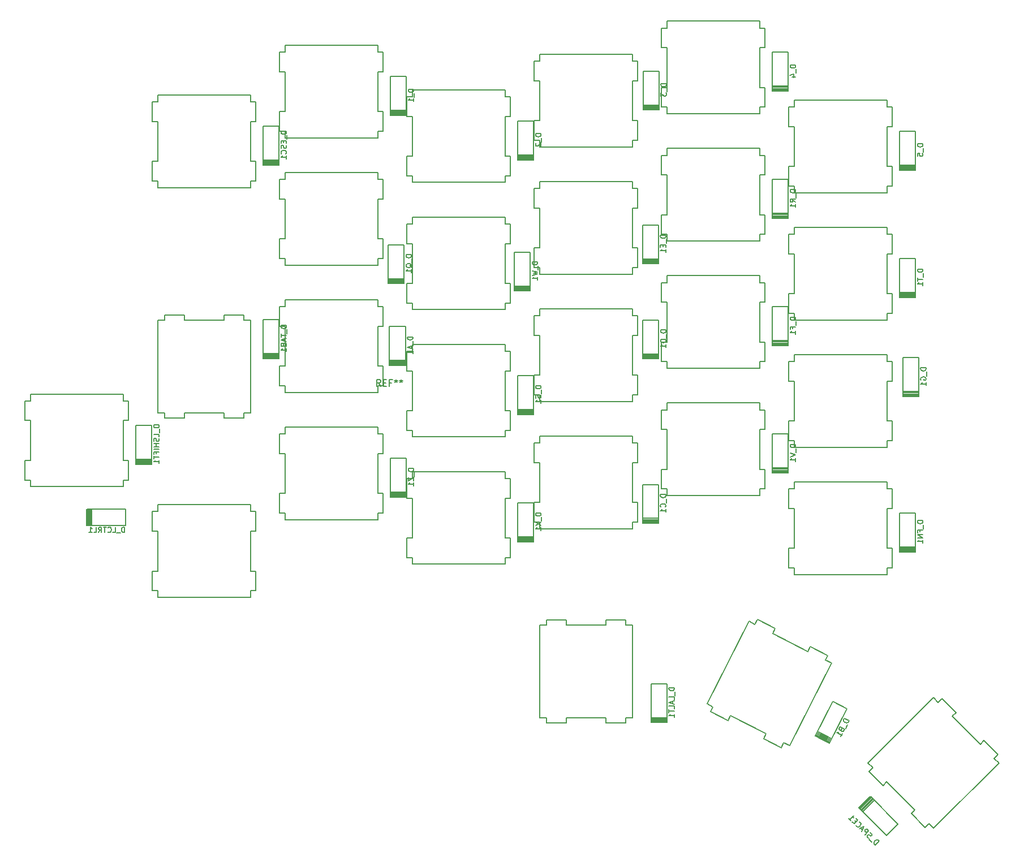
<source format=gbr>
G04 #@! TF.GenerationSoftware,KiCad,Pcbnew,(5.1.6-0-10_14)*
G04 #@! TF.CreationDate,2020-08-23T00:26:13+08:00*
G04 #@! TF.ProjectId,Geopad,47656f70-6164-42e6-9b69-6361645f7063,rev?*
G04 #@! TF.SameCoordinates,Original*
G04 #@! TF.FileFunction,Legend,Top*
G04 #@! TF.FilePolarity,Positive*
%FSLAX46Y46*%
G04 Gerber Fmt 4.6, Leading zero omitted, Abs format (unit mm)*
G04 Created by KiCad (PCBNEW (5.1.6-0-10_14)) date 2020-08-23 00:26:13*
%MOMM*%
%LPD*%
G01*
G04 APERTURE LIST*
%ADD10C,0.200000*%
%ADD11C,0.150000*%
G04 APERTURE END LIST*
D10*
X254709893Y-123785558D02*
X254709893Y-117823648D01*
X255486073Y-126713545D02*
X255486073Y-123785558D01*
X254709893Y-127736738D02*
X254709893Y-126713545D01*
X240845795Y-127736738D02*
X254709893Y-127736738D01*
X240845795Y-126713545D02*
X240845795Y-127736738D01*
X240034130Y-126713545D02*
X240845795Y-126713545D01*
X240034130Y-123785558D02*
X240034130Y-126713545D01*
X240845795Y-123785558D02*
X240034130Y-123785558D01*
X178509720Y-138566913D02*
X178509720Y-137579032D01*
X163834303Y-125725836D02*
X163834303Y-128689135D01*
X221795795Y-121104413D02*
X221795795Y-122127434D01*
X221795795Y-134968683D02*
X235659893Y-134968683D01*
X221795795Y-122127434D02*
X220984130Y-122127434D01*
X220984130Y-122127434D02*
X220984130Y-125055593D01*
X240845795Y-117823648D02*
X240845795Y-123785558D01*
X240034130Y-117823648D02*
X240845795Y-117823648D01*
X240034130Y-114860349D02*
X240034130Y-117823648D01*
X235659893Y-131017503D02*
X235659893Y-125055593D01*
X178509720Y-128689135D02*
X179285900Y-128689135D01*
X240845795Y-114860349D02*
X240034130Y-114860349D01*
X235659893Y-125055593D02*
X236436073Y-125055593D01*
X164645623Y-124737955D02*
X164645623Y-125725836D01*
X164645623Y-134615733D02*
X163834303Y-134615733D01*
X236436073Y-131017503D02*
X235659893Y-131017503D01*
X235659893Y-134968683D02*
X235659893Y-133945489D01*
X236436073Y-133945489D02*
X236436073Y-131017503D01*
X236436073Y-125055593D02*
X236436073Y-122127434D01*
X179285900Y-137579032D02*
X179285900Y-134615733D01*
X164645623Y-125725836D02*
X163834303Y-125725836D01*
X220984130Y-133945489D02*
X221795795Y-133945489D01*
X178509720Y-137579032D02*
X179285900Y-137579032D01*
X221795795Y-131017503D02*
X220984130Y-131017503D01*
X235659893Y-133945489D02*
X236436073Y-133945489D01*
X178509720Y-134615733D02*
X178509720Y-128689135D01*
X179285900Y-134615733D02*
X178509720Y-134615733D01*
X220984130Y-131017503D02*
X220984130Y-133945489D01*
X221795795Y-125055593D02*
X221795795Y-131017503D01*
X163834303Y-137579032D02*
X164645623Y-137579032D01*
X220984130Y-125055593D02*
X221795795Y-125055593D01*
X178509720Y-125725836D02*
X178509720Y-124737955D01*
X164645623Y-138566913D02*
X178509720Y-138566913D01*
X179285900Y-125725836D02*
X178509720Y-125725836D01*
X179285900Y-128689135D02*
X179285900Y-125725836D01*
X235659893Y-121104413D02*
X221795795Y-121104413D01*
X236436073Y-122127434D02*
X235659893Y-122127434D01*
X255486073Y-117823648D02*
X255486073Y-114860349D01*
X178509720Y-124737955D02*
X164645623Y-124737955D01*
X254709893Y-117823648D02*
X255486073Y-117823648D01*
X255486073Y-123785558D02*
X254709893Y-123785558D01*
X254709893Y-126713545D02*
X255486073Y-126713545D01*
X235659893Y-122127434D02*
X235659893Y-121104413D01*
X164645623Y-128689135D02*
X164645623Y-134615733D01*
X164645623Y-137579032D02*
X164645623Y-138566913D01*
X163834303Y-128689135D02*
X164645623Y-128689135D01*
X221795795Y-133945489D02*
X221795795Y-134968683D01*
X240845795Y-113872468D02*
X240845795Y-114860349D01*
X163834303Y-134615733D02*
X163834303Y-137579032D01*
X216609893Y-126078614D02*
X202745795Y-126078614D01*
X216609893Y-127066495D02*
X216609893Y-126078614D01*
X197559720Y-132393302D02*
X197559720Y-131405420D01*
X198335900Y-132393302D02*
X197559720Y-132393302D01*
X202745795Y-135956392D02*
X201934130Y-135956392D01*
X216609893Y-139907572D02*
X216609893Y-138919690D01*
X217386073Y-127066495D02*
X216609893Y-127066495D01*
X202745795Y-127066495D02*
X201934130Y-127066495D01*
X217386073Y-130029794D02*
X217386073Y-127066495D01*
X201934130Y-127066495D02*
X201934130Y-130029794D01*
X198335900Y-141283198D02*
X197559720Y-141283198D01*
X198335900Y-144246497D02*
X198335900Y-141283198D01*
X216609893Y-130029794D02*
X217386073Y-130029794D01*
X216609893Y-135956392D02*
X216609893Y-130029794D01*
X217386073Y-135956392D02*
X216609893Y-135956392D01*
X216609893Y-138919690D02*
X217386073Y-138919690D01*
X254709893Y-146786738D02*
X254709893Y-145763545D01*
X182884303Y-144246497D02*
X183695623Y-144246497D01*
X202745795Y-139907572D02*
X216609893Y-139907572D01*
X202745795Y-138919690D02*
X202745795Y-139907572D01*
X240845795Y-136873648D02*
X240845795Y-142835558D01*
X254709893Y-133910349D02*
X254709893Y-132922468D01*
X197559720Y-145234378D02*
X197559720Y-144246497D01*
X255486073Y-136873648D02*
X255486073Y-133910349D01*
X235659893Y-141177434D02*
X235659893Y-140154413D01*
X197559720Y-141283198D02*
X197559720Y-135356600D01*
X197559720Y-144246497D02*
X198335900Y-144246497D01*
X201934130Y-138919690D02*
X202745795Y-138919690D01*
X197559720Y-131405420D02*
X183695623Y-131405420D01*
X183695623Y-144246497D02*
X183695623Y-145234378D01*
X198335900Y-135356600D02*
X198335900Y-132393302D01*
X183695623Y-135356600D02*
X183695623Y-141283198D01*
X240034130Y-136873648D02*
X240845795Y-136873648D01*
X255486073Y-133910349D02*
X254709893Y-133910349D01*
X255486073Y-142835558D02*
X254709893Y-142835558D01*
X254709893Y-145763545D02*
X255486073Y-145763545D01*
X240034130Y-145763545D02*
X240845795Y-145763545D01*
X240034130Y-142835558D02*
X240034130Y-145763545D01*
X240845795Y-133910349D02*
X240034130Y-133910349D01*
X235659893Y-140154413D02*
X221795795Y-140154413D01*
X240845795Y-142835558D02*
X240034130Y-142835558D01*
X201934130Y-130029794D02*
X202745795Y-130029794D01*
X201934130Y-135956392D02*
X201934130Y-138919690D01*
X202745795Y-130029794D02*
X202745795Y-135956392D01*
X182884303Y-141283198D02*
X182884303Y-144246497D01*
X197559720Y-135356600D02*
X198335900Y-135356600D01*
X183695623Y-131405420D02*
X183695623Y-132393302D01*
X254709893Y-132922468D02*
X240845795Y-132922468D01*
X202745795Y-126078614D02*
X202745795Y-127066495D01*
X217386073Y-138919690D02*
X217386073Y-135956392D01*
X254709893Y-142835558D02*
X254709893Y-136873648D01*
X236436073Y-144105593D02*
X236436073Y-141177434D01*
X255486073Y-145763545D02*
X255486073Y-142835558D01*
X240845795Y-146786738D02*
X254709893Y-146786738D01*
X236436073Y-141177434D02*
X235659893Y-141177434D01*
X240845795Y-145763545D02*
X240845795Y-146786738D01*
X240845795Y-132922468D02*
X240845795Y-133910349D01*
X182884303Y-135356600D02*
X183695623Y-135356600D01*
X183695623Y-141283198D02*
X182884303Y-141283198D01*
X182884303Y-132393302D02*
X182884303Y-135356600D01*
X183695623Y-132393302D02*
X182884303Y-132393302D01*
X254709893Y-136873648D02*
X255486073Y-136873648D01*
X240034130Y-133910349D02*
X240034130Y-136873648D01*
X183695623Y-145234378D02*
X197559720Y-145234378D01*
X235659893Y-144105593D02*
X236436073Y-144105593D01*
X235659893Y-150067503D02*
X235659893Y-144105593D01*
X236436073Y-150067503D02*
X235659893Y-150067503D01*
X236436073Y-152995489D02*
X236436073Y-150067503D01*
X235659893Y-152995489D02*
X236436073Y-152995489D01*
X235659893Y-154018683D02*
X235659893Y-152995489D01*
X221795795Y-154018683D02*
X235659893Y-154018683D01*
X220984130Y-150067503D02*
X220984130Y-152995489D01*
X221795795Y-144105593D02*
X221795795Y-150067503D01*
X220984130Y-141177434D02*
X220984130Y-144105593D01*
X221795795Y-141177434D02*
X220984130Y-141177434D01*
X221795795Y-140154413D02*
X221795795Y-141177434D01*
X178509720Y-143787955D02*
X164645623Y-143787955D01*
X178509720Y-144775836D02*
X178509720Y-143787955D01*
X179285900Y-144775836D02*
X178509720Y-144775836D01*
X201934130Y-146116495D02*
X201934130Y-149079794D01*
X158436872Y-146821878D02*
X158436872Y-146045698D01*
X217386073Y-157969690D02*
X217386073Y-155006392D01*
X164645623Y-144775836D02*
X163834303Y-144775836D01*
X217386073Y-155006392D02*
X216609893Y-155006392D01*
X216609893Y-155006392D02*
X216609893Y-149079794D01*
X179285900Y-147739135D02*
X179285900Y-144775836D01*
X178509720Y-147739135D02*
X179285900Y-147739135D01*
X178509720Y-153665733D02*
X178509720Y-147739135D01*
X163834303Y-153665733D02*
X163834303Y-156629032D01*
X201934130Y-157969690D02*
X202745795Y-157969690D01*
X179285900Y-153665733D02*
X178509720Y-153665733D01*
X163834303Y-156629032D02*
X164645623Y-156629032D01*
X159459893Y-160685976D02*
X159459893Y-146821878D01*
X155508713Y-146821878D02*
X149546803Y-146821878D01*
X164645623Y-153665733D02*
X163834303Y-153665733D01*
X163834303Y-144775836D02*
X163834303Y-147739135D01*
X164645623Y-147739135D02*
X164645623Y-153665733D01*
X164645623Y-156629032D02*
X164645623Y-157616913D01*
X202745795Y-149079794D02*
X202745795Y-155006392D01*
X159459893Y-146821878D02*
X158436872Y-146821878D01*
X216609893Y-145128614D02*
X202745795Y-145128614D01*
X201934130Y-149079794D02*
X202745795Y-149079794D01*
X217386073Y-146116495D02*
X216609893Y-146116495D01*
X163834303Y-147739135D02*
X164645623Y-147739135D01*
X201934130Y-155006392D02*
X201934130Y-157969690D01*
X202745795Y-155006392D02*
X201934130Y-155006392D01*
X216609893Y-146116495D02*
X216609893Y-145128614D01*
X217386073Y-149079794D02*
X217386073Y-146116495D01*
X149546803Y-146045698D02*
X146583504Y-146045698D01*
X216609893Y-149079794D02*
X217386073Y-149079794D01*
X216609893Y-158957572D02*
X216609893Y-157969690D01*
X202745795Y-146116495D02*
X201934130Y-146116495D01*
X202745795Y-158957572D02*
X216609893Y-158957572D01*
X202745795Y-157969690D02*
X202745795Y-158957572D01*
X178509720Y-156629032D02*
X179285900Y-156629032D01*
X164645623Y-157616913D02*
X178509720Y-157616913D01*
X221795795Y-152995489D02*
X221795795Y-154018683D01*
X216609893Y-157969690D02*
X217386073Y-157969690D01*
X220984130Y-152995489D02*
X221795795Y-152995489D01*
X221795795Y-150067503D02*
X220984130Y-150067503D01*
X220984130Y-144105593D02*
X221795795Y-144105593D01*
X178509720Y-157616913D02*
X178509720Y-156629032D01*
X155508713Y-146045698D02*
X155508713Y-146821878D01*
X202745795Y-145128614D02*
X202745795Y-146116495D01*
X158436872Y-146045698D02*
X155508713Y-146045698D01*
X164645623Y-143787955D02*
X164645623Y-144775836D01*
X179285900Y-156629032D02*
X179285900Y-153665733D01*
X149546803Y-146821878D02*
X149546803Y-146045698D01*
X145595623Y-184357744D02*
X144784303Y-184357744D01*
X145595623Y-178395317D02*
X145595623Y-184357744D01*
X144784303Y-178395317D02*
X145595623Y-178395317D01*
X144784303Y-175467330D02*
X144784303Y-178395317D01*
X145595623Y-175467330D02*
X144784303Y-175467330D01*
X145595623Y-174444482D02*
X145595623Y-175467330D01*
X235659893Y-106005593D02*
X236436073Y-106005593D01*
X235659893Y-115918683D02*
X235659893Y-114895489D01*
X221795795Y-115918683D02*
X235659893Y-115918683D01*
X235659893Y-102054413D02*
X221795795Y-102054413D01*
X236436073Y-106005593D02*
X236436073Y-103077434D01*
X235659893Y-103077434D02*
X235659893Y-102054413D01*
X236436073Y-111967503D02*
X235659893Y-111967503D01*
X235659893Y-114895489D02*
X236436073Y-114895489D01*
X236436073Y-103077434D02*
X235659893Y-103077434D01*
X236436073Y-114895489D02*
X236436073Y-111967503D01*
X235659893Y-111967503D02*
X235659893Y-106005593D01*
X206696630Y-191659968D02*
X203733504Y-191659968D01*
X206696630Y-192471633D02*
X206696630Y-191659968D01*
X212658713Y-192471633D02*
X206696630Y-192471633D01*
X212658713Y-191659968D02*
X212658713Y-192471633D01*
X215586699Y-191659968D02*
X212658713Y-191659968D01*
X216609893Y-192471633D02*
X215586699Y-192471633D01*
X216609893Y-206300246D02*
X216609893Y-192471633D01*
X215586699Y-207111910D02*
X215586699Y-206300246D01*
X212658713Y-207111910D02*
X215586699Y-207111910D01*
X206696630Y-206300246D02*
X212658713Y-206300246D01*
X203733504Y-207111910D02*
X206696630Y-207111910D01*
X202745795Y-206300246D02*
X203733504Y-206300246D01*
X203733504Y-192471633D02*
X202745795Y-192471633D01*
X235342255Y-191624828D02*
X234954337Y-192330384D01*
X245890448Y-196986775D02*
X243244615Y-195646288D01*
X246419615Y-198151217D02*
X245537670Y-197727815D01*
X202745795Y-192471633D02*
X202745795Y-206300246D01*
X237952948Y-192965315D02*
X235342255Y-191624828D01*
X242891837Y-196387328D02*
X237600170Y-193670870D01*
X215586699Y-192471633D02*
X215586699Y-191659968D01*
X215586699Y-206300246D02*
X216609893Y-206300246D01*
X237600170Y-193670870D02*
X237952948Y-192965315D01*
X212658713Y-206300246D02*
X212658713Y-207111910D01*
X206696630Y-207111910D02*
X206696630Y-206300246D01*
X203733504Y-206300246D02*
X203733504Y-207111910D01*
X203733504Y-191659968D02*
X203733504Y-192471633D01*
X243244615Y-195646288D02*
X242891837Y-196387328D01*
X245537670Y-197727815D02*
X245890448Y-196986775D01*
X197559720Y-163296497D02*
X198335900Y-163296497D01*
X197559720Y-164284206D02*
X197559720Y-163296497D01*
X197559720Y-151443302D02*
X197559720Y-150455420D01*
X145595795Y-160685976D02*
X146583504Y-160685976D01*
X158436872Y-160685976D02*
X159459893Y-160685976D01*
X197559720Y-160333198D02*
X197559720Y-154406600D01*
X158436872Y-161462156D02*
X158436872Y-160685976D01*
X197559720Y-154406600D02*
X198335900Y-154406600D01*
X182884303Y-160333198D02*
X182884303Y-163296497D01*
X183695623Y-160333198D02*
X182884303Y-160333198D01*
X240034130Y-155923648D02*
X240845795Y-155923648D01*
X183695623Y-150455420D02*
X183695623Y-151443302D01*
X155508713Y-161462156D02*
X158436872Y-161462156D01*
X146583504Y-160685976D02*
X146583504Y-161462156D01*
X141185900Y-158886775D02*
X140409720Y-158886775D01*
X254709893Y-164813717D02*
X255486073Y-164813717D01*
X155508713Y-160685976D02*
X155508713Y-161462156D01*
X146583504Y-146821878D02*
X145595795Y-146821878D01*
X240845795Y-165836566D02*
X254709893Y-165836566D01*
X145595795Y-146821878D02*
X145595795Y-160685976D01*
X146583504Y-146045698D02*
X146583504Y-146821878D01*
X182884303Y-163296497D02*
X183695623Y-163296497D01*
X182884303Y-154406600D02*
X183695623Y-154406600D01*
X183695623Y-151443302D02*
X182884303Y-151443302D01*
X183695623Y-154406600D02*
X183695623Y-160333198D01*
X255486073Y-152960349D02*
X254709893Y-152960349D01*
X141185900Y-161814934D02*
X141185900Y-158886775D01*
X254709893Y-165836566D02*
X254709893Y-164813717D01*
X183695623Y-164284206D02*
X197559720Y-164284206D01*
X240034130Y-161885558D02*
X240034130Y-164813717D01*
X240845795Y-155923648D02*
X240845795Y-161885558D01*
X240845795Y-151972468D02*
X240845795Y-152960349D01*
X140409720Y-157863754D02*
X126545623Y-157863754D01*
X140409720Y-167777188D02*
X140409720Y-161814934D01*
X140409720Y-158886775D02*
X140409720Y-157863754D01*
X198335900Y-163296497D02*
X198335900Y-160333198D01*
X149546803Y-160685976D02*
X155508713Y-160685976D01*
X197559720Y-150455420D02*
X183695623Y-150455420D01*
X254709893Y-151972468D02*
X240845795Y-151972468D01*
X198335900Y-154406600D02*
X198335900Y-151443302D01*
X255486073Y-161885558D02*
X254709893Y-161885558D01*
X255486073Y-164813717D02*
X255486073Y-161885558D01*
X149546803Y-161462156D02*
X149546803Y-160685976D01*
X183695623Y-163296497D02*
X183695623Y-164284206D01*
X198335900Y-151443302D02*
X197559720Y-151443302D01*
X240034130Y-164813717D02*
X240845795Y-164813717D01*
X198335900Y-160333198D02*
X197559720Y-160333198D01*
X146583504Y-161462156D02*
X149546803Y-161462156D01*
X240845795Y-161885558D02*
X240034130Y-161885558D01*
X240034130Y-152960349D02*
X240034130Y-155923648D01*
X240845795Y-152960349D02*
X240034130Y-152960349D01*
X255486073Y-155923648D02*
X255486073Y-152960349D01*
X254709893Y-152960349D02*
X254709893Y-151972468D01*
X254709893Y-155923648D02*
X255486073Y-155923648D01*
X254709893Y-161885558D02*
X254709893Y-155923648D01*
X240845795Y-164813717D02*
X240845795Y-165836566D01*
X140409720Y-161814934D02*
X141185900Y-161814934D01*
X182884303Y-151443302D02*
X182884303Y-154406600D01*
X141185900Y-167777188D02*
X140409720Y-167777188D01*
X141185900Y-170740315D02*
X141185900Y-167777188D01*
X140409720Y-170740315D02*
X141185900Y-170740315D01*
X140409720Y-171728024D02*
X140409720Y-170740315D01*
X126545623Y-171728024D02*
X140409720Y-171728024D01*
X125734303Y-170740315D02*
X126545623Y-170740315D01*
X125734303Y-167777188D02*
X125734303Y-170740315D01*
X126545623Y-161814934D02*
X126545623Y-167777188D01*
X125734303Y-158886775D02*
X125734303Y-161814934D01*
X126545623Y-157863754D02*
X126545623Y-158886775D01*
X235659893Y-159204413D02*
X221795795Y-159204413D01*
X235659893Y-160227434D02*
X235659893Y-159204413D01*
X236436073Y-160227434D02*
X235659893Y-160227434D01*
X235659893Y-163155593D02*
X236436073Y-163155593D01*
X236436073Y-169117675D02*
X235659893Y-169117675D01*
X217386073Y-168129622D02*
X217386073Y-165166495D01*
X236436073Y-172045662D02*
X236436073Y-169117675D01*
X164645623Y-172716077D02*
X163834303Y-172716077D01*
X178509720Y-172716077D02*
X178509720Y-166788790D01*
X163834303Y-172716077D02*
X163834303Y-175678859D01*
X163834303Y-175678859D02*
X164645623Y-175678859D01*
X235659893Y-169117675D02*
X235659893Y-163155593D01*
X235659893Y-172045662D02*
X236436073Y-172045662D01*
X235659893Y-173068510D02*
X235659893Y-172045662D01*
X178509720Y-162838299D02*
X164645623Y-162838299D01*
X164645623Y-162838299D02*
X164645623Y-163826008D01*
X220984130Y-172045662D02*
X221795795Y-172045662D01*
X220984130Y-169117675D02*
X220984130Y-172045662D01*
X221795795Y-159204413D02*
X221795795Y-160227434D01*
X216609893Y-177019346D02*
X217386073Y-177019346D01*
X178509720Y-163826008D02*
X178509720Y-162838299D01*
X178509720Y-166788790D02*
X179285900Y-166788790D01*
X179285900Y-163826008D02*
X178509720Y-163826008D01*
X221795795Y-173068510D02*
X235659893Y-173068510D01*
X221795795Y-160227434D02*
X220984130Y-160227434D01*
X216609893Y-165166495D02*
X216609893Y-164178786D01*
X179285900Y-175678859D02*
X179285900Y-172716077D01*
X217386073Y-165166495D02*
X216609893Y-165166495D01*
X178509720Y-176666568D02*
X178509720Y-175678859D01*
X221795795Y-172045662D02*
X221795795Y-173068510D01*
X179285900Y-166788790D02*
X179285900Y-163826008D01*
X178509720Y-175678859D02*
X179285900Y-175678859D01*
X164645623Y-176666568D02*
X178509720Y-176666568D01*
X164645623Y-175678859D02*
X164645623Y-176666568D01*
X217386073Y-174056564D02*
X216609893Y-174056564D01*
X163834303Y-166788790D02*
X164645623Y-166788790D01*
X216609893Y-164178786D02*
X202745795Y-164178786D01*
X216609893Y-168129622D02*
X217386073Y-168129622D01*
X163834303Y-163826008D02*
X163834303Y-166788790D01*
X164645623Y-163826008D02*
X163834303Y-163826008D01*
X221795795Y-163155593D02*
X221795795Y-169117675D01*
X220984130Y-160227434D02*
X220984130Y-163155593D01*
X126545623Y-170740315D02*
X126545623Y-171728024D01*
X164645623Y-166788790D02*
X164645623Y-172716077D01*
X126545623Y-167777188D02*
X125734303Y-167777188D01*
X125734303Y-161814934D02*
X126545623Y-161814934D01*
X126545623Y-158886775D02*
X125734303Y-158886775D01*
X220984130Y-163155593D02*
X221795795Y-163155593D01*
X216609893Y-178007399D02*
X216609893Y-177019346D01*
X216609893Y-174056564D02*
X216609893Y-168129622D01*
X236436073Y-163155593D02*
X236436073Y-160227434D01*
X179285900Y-172716077D02*
X178509720Y-172716077D01*
X221795795Y-169117675D02*
X220984130Y-169117675D01*
X217386073Y-177019346D02*
X217386073Y-174056564D01*
X201934130Y-177019346D02*
X202745795Y-177019346D01*
X201934130Y-174056564D02*
X201934130Y-177019346D01*
X202745795Y-174056564D02*
X201934130Y-174056564D01*
X197559720Y-169505593D02*
X183695623Y-169505593D01*
X202745795Y-164178786D02*
X202745795Y-165166495D01*
X183695623Y-173456428D02*
X183695623Y-179383370D01*
X182884303Y-173456428D02*
X183695623Y-173456428D01*
X197559720Y-182346497D02*
X198335900Y-182346497D01*
X198335900Y-173456428D02*
X198335900Y-170493302D01*
X202745795Y-168129622D02*
X202745795Y-174056564D01*
X182884303Y-182346497D02*
X183695623Y-182346497D01*
X201934130Y-168129622D02*
X202745795Y-168129622D01*
X183695623Y-182346497D02*
X183695623Y-183334206D01*
X254709893Y-171022468D02*
X240845795Y-171022468D01*
X254709893Y-172010522D02*
X254709893Y-171022468D01*
X202745795Y-165166495D02*
X201934130Y-165166495D01*
X160235900Y-178395317D02*
X160235900Y-175467330D01*
X255486073Y-180935730D02*
X254709893Y-180935730D01*
X201934130Y-165166495D02*
X201934130Y-168129622D01*
X198335900Y-170493302D02*
X197559720Y-170493302D01*
X159459720Y-188308579D02*
X159459720Y-187285386D01*
X240845795Y-174973304D02*
X240845795Y-180935730D01*
X197559720Y-173456428D02*
X198335900Y-173456428D01*
X197559720Y-179383370D02*
X197559720Y-173456428D01*
X240034130Y-172010522D02*
X240034130Y-174973304D01*
X198335900Y-179383370D02*
X197559720Y-179383370D01*
X183695623Y-169505593D02*
X183695623Y-170493302D01*
X255486073Y-174973304D02*
X255486073Y-172010522D01*
X255486073Y-172010522D02*
X254709893Y-172010522D01*
X254709893Y-180935730D02*
X254709893Y-174973304D01*
X183695623Y-179383370D02*
X182884303Y-179383370D01*
X254709893Y-184886910D02*
X254709893Y-183863373D01*
X145595623Y-188308579D02*
X159459720Y-188308579D01*
X240034130Y-174973304D02*
X240845795Y-174973304D01*
X182884303Y-170493302D02*
X182884303Y-173456428D01*
X159459720Y-174444482D02*
X145595623Y-174444482D01*
X160235900Y-175467330D02*
X159459720Y-175467330D01*
X160235900Y-184357744D02*
X159459720Y-184357744D01*
X160235900Y-187285386D02*
X160235900Y-184357744D01*
X144784303Y-187285386D02*
X145595623Y-187285386D01*
X159459720Y-187285386D02*
X160235900Y-187285386D01*
X202745795Y-178007399D02*
X216609893Y-178007399D01*
X202745795Y-177019346D02*
X202745795Y-178007399D01*
X183695623Y-183334206D02*
X197559720Y-183334206D01*
X255486073Y-183863373D02*
X255486073Y-180935730D01*
X198335900Y-182346497D02*
X198335900Y-179383370D01*
X240034130Y-180935730D02*
X240034130Y-183863373D01*
X240845795Y-180935730D02*
X240034130Y-180935730D01*
X183695623Y-170493302D02*
X182884303Y-170493302D01*
X197559720Y-183334206D02*
X197559720Y-182346497D01*
X182884303Y-179383370D02*
X182884303Y-182346497D01*
X240845795Y-171022468D02*
X240845795Y-172010522D01*
X197559720Y-170493302D02*
X197559720Y-169505593D01*
X159459720Y-175467330D02*
X159459720Y-174444482D01*
X159459720Y-178395317D02*
X160235900Y-178395317D01*
X159459720Y-184357744D02*
X159459720Y-178395317D01*
X144784303Y-184357744D02*
X144784303Y-187285386D01*
X240845795Y-184886910D02*
X254709893Y-184886910D01*
X254709893Y-183863373D02*
X255486073Y-183863373D01*
X240845795Y-183863373D02*
X240845795Y-184886910D01*
X240034130Y-183863373D02*
X240845795Y-183863373D01*
X240845795Y-172010522D02*
X240034130Y-172010522D01*
X145595623Y-187285386D02*
X145595623Y-188308579D01*
X254709893Y-174973304D02*
X255486073Y-174973304D01*
X252593226Y-213814688D02*
X252028575Y-214378995D01*
X231320795Y-206018093D02*
X236612462Y-208699066D01*
X264481906Y-206088717D02*
X265046213Y-205524410D01*
X228322184Y-205383162D02*
X230932533Y-206723648D01*
X228674962Y-204677606D02*
X228322184Y-205383162D01*
X227793017Y-204218719D02*
X228674962Y-204677606D01*
X270761282Y-212403577D02*
X271325588Y-211838581D01*
X271466837Y-213109133D02*
X270761282Y-212403577D01*
X254674408Y-215895526D02*
X258907742Y-220094064D01*
X230932533Y-206723648D02*
X231320795Y-206018093D01*
X262964686Y-203442884D02*
X262400379Y-204006846D01*
X251887670Y-213109133D02*
X252593226Y-213814688D01*
X265046213Y-205524410D02*
X262964686Y-203442884D01*
X271325588Y-211838581D02*
X269244406Y-209721915D01*
X262400379Y-204006846D02*
X261694824Y-203301290D01*
X258343435Y-220658026D02*
X260424962Y-222739897D01*
X260989268Y-222174901D02*
X261694824Y-222880457D01*
X236612462Y-208699066D02*
X236259684Y-209440106D01*
X234072393Y-191871497D02*
X227793017Y-204218719D01*
X234954337Y-192330384D02*
X234072393Y-191871497D01*
X261694824Y-203301290D02*
X251887670Y-213109133D01*
X268679755Y-210286910D02*
X264481906Y-206088717D01*
X269244406Y-209721915D02*
X268679755Y-210286910D01*
X260424962Y-222739897D02*
X260989268Y-222174901D01*
X254110102Y-216460522D02*
X254674408Y-215895526D01*
X261694824Y-222880457D02*
X271466837Y-213109133D01*
X252028575Y-214378995D02*
X254110102Y-216460522D01*
X258907742Y-220094064D02*
X258343435Y-220658026D01*
X240140239Y-210498439D02*
X246419615Y-198151217D01*
X239222810Y-210039553D02*
X240140239Y-210498439D01*
X238870033Y-210780593D02*
X239222810Y-210039553D01*
X236259684Y-209440106D02*
X238870033Y-210780593D01*
X164645623Y-119516913D02*
X178509720Y-119516913D01*
X164645623Y-115565733D02*
X163834303Y-115565733D01*
X221795795Y-106005593D02*
X221795795Y-111967503D01*
X221795795Y-103077434D02*
X220984130Y-103077434D01*
X178509720Y-105687955D02*
X164645623Y-105687955D01*
X164645623Y-106675836D02*
X163834303Y-106675836D01*
X178509720Y-106675836D02*
X178509720Y-105687955D01*
X163834303Y-118529032D02*
X164645623Y-118529032D01*
X179285900Y-118529032D02*
X179285900Y-115565733D01*
X163834303Y-115565733D02*
X163834303Y-118529032D01*
X221795795Y-102054413D02*
X221795795Y-103077434D01*
X164645623Y-118529032D02*
X164645623Y-119516913D01*
X163834303Y-106675836D02*
X163834303Y-109639135D01*
X220984130Y-106005593D02*
X221795795Y-106005593D01*
X179285900Y-109639135D02*
X179285900Y-106675836D01*
X178509720Y-115565733D02*
X178509720Y-109639135D01*
X163834303Y-109639135D02*
X164645623Y-109639135D01*
X221795795Y-114895489D02*
X221795795Y-115918683D01*
X220984130Y-114895489D02*
X221795795Y-114895489D01*
X164645623Y-109639135D02*
X164645623Y-115565733D01*
X220984130Y-111967503D02*
X220984130Y-114895489D01*
X221795795Y-111967503D02*
X220984130Y-111967503D01*
X220984130Y-103077434D02*
X220984130Y-106005593D01*
X178509720Y-109639135D02*
X179285900Y-109639135D01*
X178509720Y-118529032D02*
X179285900Y-118529032D01*
X179285900Y-106675836D02*
X178509720Y-106675836D01*
X178509720Y-119516913D02*
X178509720Y-118529032D01*
X179285900Y-115565733D02*
X178509720Y-115565733D01*
X164645623Y-105687955D02*
X164645623Y-106675836D01*
X202745795Y-116906392D02*
X201934130Y-116906392D01*
X202745795Y-110979794D02*
X202745795Y-116906392D01*
X217386073Y-119869690D02*
X217386073Y-116906392D01*
X217386073Y-108016495D02*
X216609893Y-108016495D01*
X216609893Y-108016495D02*
X216609893Y-107028614D01*
X202745795Y-119869690D02*
X202745795Y-120857572D01*
X217386073Y-110979794D02*
X217386073Y-108016495D01*
X202745795Y-120857572D02*
X216609893Y-120857572D01*
X202745795Y-107028614D02*
X202745795Y-108016495D01*
X197559720Y-112355420D02*
X183695623Y-112355420D01*
X216609893Y-110979794D02*
X217386073Y-110979794D01*
X216609893Y-116906392D02*
X216609893Y-110979794D01*
X217386073Y-116906392D02*
X216609893Y-116906392D01*
X216609893Y-120857572D02*
X216609893Y-119869690D01*
X201934130Y-116906392D02*
X201934130Y-119869690D01*
X160235900Y-114119309D02*
X159459720Y-114119309D01*
X197559720Y-122233198D02*
X197559720Y-116306600D01*
X202745795Y-108016495D02*
X201934130Y-108016495D01*
X198335900Y-113343302D02*
X197559720Y-113343302D01*
X159459720Y-125972677D02*
X160235900Y-125972677D01*
X183695623Y-122233198D02*
X182884303Y-122233198D01*
X182884303Y-116306600D02*
X183695623Y-116306600D01*
X145595623Y-123009378D02*
X144784303Y-123009378D01*
X255486073Y-114860349D02*
X254709893Y-114860349D01*
X197559720Y-113343302D02*
X197559720Y-112355420D01*
X201934130Y-110979794D02*
X202745795Y-110979794D01*
X197559720Y-116306600D02*
X198335900Y-116306600D01*
X197559720Y-125196497D02*
X198335900Y-125196497D01*
X183695623Y-116306600D02*
X183695623Y-122233198D01*
X183695623Y-112355420D02*
X183695623Y-113343302D01*
X159459720Y-126960558D02*
X159459720Y-125972677D01*
X145595623Y-113096288D02*
X145595623Y-114119309D01*
X159459720Y-114119309D02*
X159459720Y-113096288D01*
X159459720Y-123009378D02*
X159459720Y-117047468D01*
X160235900Y-123009378D02*
X159459720Y-123009378D01*
X145595623Y-125972677D02*
X145595623Y-126960558D01*
X145595623Y-114119309D02*
X144784303Y-114119309D01*
X254709893Y-113872468D02*
X240845795Y-113872468D01*
X144784303Y-123009378D02*
X144784303Y-125972677D01*
X160235900Y-125972677D02*
X160235900Y-123009378D01*
X216609893Y-119869690D02*
X217386073Y-119869690D01*
X201934130Y-108016495D02*
X201934130Y-110979794D01*
X198335900Y-122233198D02*
X197559720Y-122233198D01*
X144784303Y-114119309D02*
X144784303Y-117047468D01*
X201934130Y-119869690D02*
X202745795Y-119869690D01*
X182884303Y-125196497D02*
X183695623Y-125196497D01*
X182884303Y-122233198D02*
X182884303Y-125196497D01*
X216609893Y-107028614D02*
X202745795Y-107028614D01*
X183695623Y-113343302D02*
X182884303Y-113343302D01*
X254709893Y-114860349D02*
X254709893Y-113872468D01*
X144784303Y-117047468D02*
X145595623Y-117047468D01*
X159459720Y-113096288D02*
X145595623Y-113096288D01*
X160235900Y-117047468D02*
X160235900Y-114119309D01*
X145595623Y-117047468D02*
X145595623Y-123009378D01*
X159459720Y-117047468D02*
X160235900Y-117047468D01*
X144784303Y-125972677D02*
X145595623Y-125972677D01*
X197559720Y-126184378D02*
X197559720Y-125196497D01*
X198335900Y-125196497D02*
X198335900Y-122233198D01*
X183695623Y-126184378D02*
X197559720Y-126184378D01*
X183695623Y-125196497D02*
X183695623Y-126184378D01*
X182884303Y-113343302D02*
X182884303Y-116306600D01*
X145595623Y-126960558D02*
X159459720Y-126960558D01*
X198335900Y-116306600D02*
X198335900Y-113343302D01*
X161339300Y-122840800D02*
X163739300Y-122840800D01*
X161339300Y-123015800D02*
X163739300Y-123015800D01*
X161339300Y-123190800D02*
X163739300Y-123190800D01*
X163739300Y-123590800D02*
X161339300Y-123590800D01*
X161339300Y-123365800D02*
X163739300Y-123365800D01*
X161339300Y-123490800D02*
X163739300Y-123490800D01*
X161339300Y-123565800D02*
X161339300Y-117765800D01*
X161339300Y-117765800D02*
X163739300Y-117765800D01*
X163739300Y-117765800D02*
X163739300Y-123565800D01*
X180389300Y-115411300D02*
X182789300Y-115411300D01*
X180389300Y-115586300D02*
X182789300Y-115586300D01*
X180389300Y-115761300D02*
X182789300Y-115761300D01*
X182789300Y-116161300D02*
X180389300Y-116161300D01*
X180389300Y-115936300D02*
X182789300Y-115936300D01*
X180389300Y-116061300D02*
X182789300Y-116061300D01*
X180389300Y-116136300D02*
X180389300Y-110336300D01*
X180389300Y-110336300D02*
X182789300Y-110336300D01*
X182789300Y-110336300D02*
X182789300Y-116136300D01*
X199439300Y-122078800D02*
X201839300Y-122078800D01*
X199439300Y-122253800D02*
X201839300Y-122253800D01*
X199439300Y-122428800D02*
X201839300Y-122428800D01*
X201839300Y-122828800D02*
X199439300Y-122828800D01*
X199439300Y-122603800D02*
X201839300Y-122603800D01*
X199439300Y-122728800D02*
X201839300Y-122728800D01*
X199439300Y-122803800D02*
X199439300Y-117003800D01*
X199439300Y-117003800D02*
X201839300Y-117003800D01*
X201839300Y-117003800D02*
X201839300Y-122803800D01*
X218217900Y-114593800D02*
X220617900Y-114593800D01*
X218217900Y-114768800D02*
X220617900Y-114768800D01*
X218217900Y-114943800D02*
X220617900Y-114943800D01*
X220617900Y-115343800D02*
X218217900Y-115343800D01*
X218217900Y-115118800D02*
X220617900Y-115118800D01*
X218217900Y-115243800D02*
X220617900Y-115243800D01*
X218217900Y-115318800D02*
X218217900Y-109518800D01*
X218217900Y-109518800D02*
X220617900Y-109518800D01*
X220617900Y-109518800D02*
X220617900Y-115318800D01*
X237539300Y-111791800D02*
X239939300Y-111791800D01*
X237539300Y-111966800D02*
X239939300Y-111966800D01*
X237539300Y-112141800D02*
X239939300Y-112141800D01*
X239939300Y-112541800D02*
X237539300Y-112541800D01*
X237539300Y-112316800D02*
X239939300Y-112316800D01*
X237539300Y-112441800D02*
X239939300Y-112441800D01*
X237539300Y-112516800D02*
X237539300Y-106716800D01*
X237539300Y-106716800D02*
X239939300Y-106716800D01*
X239939300Y-106716800D02*
X239939300Y-112516800D01*
X256589300Y-123602800D02*
X258989300Y-123602800D01*
X256589300Y-123777800D02*
X258989300Y-123777800D01*
X256589300Y-123952800D02*
X258989300Y-123952800D01*
X258989300Y-124352800D02*
X256589300Y-124352800D01*
X256589300Y-124127800D02*
X258989300Y-124127800D01*
X256589300Y-124252800D02*
X258989300Y-124252800D01*
X256589300Y-124327800D02*
X256589300Y-118527800D01*
X256589300Y-118527800D02*
X258989300Y-118527800D01*
X258989300Y-118527800D02*
X258989300Y-124327800D01*
X180067100Y-140590700D02*
X182467100Y-140590700D01*
X180067100Y-140765700D02*
X182467100Y-140765700D01*
X180067100Y-140940700D02*
X182467100Y-140940700D01*
X182467100Y-141340700D02*
X180067100Y-141340700D01*
X180067100Y-141115700D02*
X182467100Y-141115700D01*
X180067100Y-141240700D02*
X182467100Y-141240700D01*
X180067100Y-141315700D02*
X180067100Y-135515700D01*
X180067100Y-135515700D02*
X182467100Y-135515700D01*
X182467100Y-135515700D02*
X182467100Y-141315700D01*
X198939300Y-141695600D02*
X201339300Y-141695600D01*
X198939300Y-141870600D02*
X201339300Y-141870600D01*
X198939300Y-142045600D02*
X201339300Y-142045600D01*
X201339300Y-142445600D02*
X198939300Y-142445600D01*
X198939300Y-142220600D02*
X201339300Y-142220600D01*
X198939300Y-142345600D02*
X201339300Y-142345600D01*
X198939300Y-142420600D02*
X198939300Y-136620600D01*
X198939300Y-136620600D02*
X201339300Y-136620600D01*
X201339300Y-136620600D02*
X201339300Y-142420600D01*
X218141700Y-137631600D02*
X220541700Y-137631600D01*
X218141700Y-137806600D02*
X220541700Y-137806600D01*
X218141700Y-137981600D02*
X220541700Y-137981600D01*
X220541700Y-138381600D02*
X218141700Y-138381600D01*
X218141700Y-138156600D02*
X220541700Y-138156600D01*
X218141700Y-138281600D02*
X220541700Y-138281600D01*
X218141700Y-138356600D02*
X218141700Y-132556600D01*
X218141700Y-132556600D02*
X220541700Y-132556600D01*
X220541700Y-132556600D02*
X220541700Y-138356600D01*
X237539300Y-130841800D02*
X239939300Y-130841800D01*
X237539300Y-131016800D02*
X239939300Y-131016800D01*
X237539300Y-131191800D02*
X239939300Y-131191800D01*
X239939300Y-131591800D02*
X237539300Y-131591800D01*
X237539300Y-131366800D02*
X239939300Y-131366800D01*
X237539300Y-131491800D02*
X239939300Y-131491800D01*
X237539300Y-131566800D02*
X237539300Y-125766800D01*
X237539300Y-125766800D02*
X239939300Y-125766800D01*
X239939300Y-125766800D02*
X239939300Y-131566800D01*
X256589300Y-142652800D02*
X258989300Y-142652800D01*
X256589300Y-142827800D02*
X258989300Y-142827800D01*
X256589300Y-143002800D02*
X258989300Y-143002800D01*
X258989300Y-143402800D02*
X256589300Y-143402800D01*
X256589300Y-143177800D02*
X258989300Y-143177800D01*
X256589300Y-143302800D02*
X258989300Y-143302800D01*
X256589300Y-143377800D02*
X256589300Y-137577800D01*
X256589300Y-137577800D02*
X258989300Y-137577800D01*
X258989300Y-137577800D02*
X258989300Y-143377800D01*
X161339300Y-151796800D02*
X163739300Y-151796800D01*
X161339300Y-151971800D02*
X163739300Y-151971800D01*
X161339300Y-152146800D02*
X163739300Y-152146800D01*
X163739300Y-152546800D02*
X161339300Y-152546800D01*
X161339300Y-152321800D02*
X163739300Y-152321800D01*
X161339300Y-152446800D02*
X163739300Y-152446800D01*
X161339300Y-152521800D02*
X161339300Y-146721800D01*
X161339300Y-146721800D02*
X163739300Y-146721800D01*
X163739300Y-146721800D02*
X163739300Y-152521800D01*
X180270300Y-152821000D02*
X182670300Y-152821000D01*
X180270300Y-152996000D02*
X182670300Y-152996000D01*
X180270300Y-153171000D02*
X182670300Y-153171000D01*
X182670300Y-153571000D02*
X180270300Y-153571000D01*
X180270300Y-153346000D02*
X182670300Y-153346000D01*
X180270300Y-153471000D02*
X182670300Y-153471000D01*
X180270300Y-153546000D02*
X180270300Y-147746000D01*
X180270300Y-147746000D02*
X182670300Y-147746000D01*
X182670300Y-147746000D02*
X182670300Y-153546000D01*
X199439300Y-160178800D02*
X201839300Y-160178800D01*
X199439300Y-160353800D02*
X201839300Y-160353800D01*
X199439300Y-160528800D02*
X201839300Y-160528800D01*
X201839300Y-160928800D02*
X199439300Y-160928800D01*
X199439300Y-160703800D02*
X201839300Y-160703800D01*
X199439300Y-160828800D02*
X201839300Y-160828800D01*
X199439300Y-160903800D02*
X199439300Y-155103800D01*
X199439300Y-155103800D02*
X201839300Y-155103800D01*
X201839300Y-155103800D02*
X201839300Y-160903800D01*
X218167100Y-151855600D02*
X220567100Y-151855600D01*
X218167100Y-152030600D02*
X220567100Y-152030600D01*
X218167100Y-152205600D02*
X220567100Y-152205600D01*
X220567100Y-152605600D02*
X218167100Y-152605600D01*
X218167100Y-152380600D02*
X220567100Y-152380600D01*
X218167100Y-152505600D02*
X220567100Y-152505600D01*
X218167100Y-152580600D02*
X218167100Y-146780600D01*
X218167100Y-146780600D02*
X220567100Y-146780600D01*
X220567100Y-146780600D02*
X220567100Y-152580600D01*
X237539300Y-149891800D02*
X239939300Y-149891800D01*
X237539300Y-150066800D02*
X239939300Y-150066800D01*
X237539300Y-150241800D02*
X239939300Y-150241800D01*
X239939300Y-150641800D02*
X237539300Y-150641800D01*
X237539300Y-150416800D02*
X239939300Y-150416800D01*
X237539300Y-150541800D02*
X239939300Y-150541800D01*
X237539300Y-150616800D02*
X237539300Y-144816800D01*
X237539300Y-144816800D02*
X239939300Y-144816800D01*
X239939300Y-144816800D02*
X239939300Y-150616800D01*
X257079900Y-157507100D02*
X259479900Y-157507100D01*
X257079900Y-157682100D02*
X259479900Y-157682100D01*
X257079900Y-157857100D02*
X259479900Y-157857100D01*
X259479900Y-158257100D02*
X257079900Y-158257100D01*
X257079900Y-158032100D02*
X259479900Y-158032100D01*
X257079900Y-158157100D02*
X259479900Y-158157100D01*
X257079900Y-158232100D02*
X257079900Y-152432100D01*
X257079900Y-152432100D02*
X259479900Y-152432100D01*
X259479900Y-152432100D02*
X259479900Y-158232100D01*
X142289300Y-167608300D02*
X144689300Y-167608300D01*
X142289300Y-167783300D02*
X144689300Y-167783300D01*
X142289300Y-167958300D02*
X144689300Y-167958300D01*
X144689300Y-168358300D02*
X142289300Y-168358300D01*
X142289300Y-168133300D02*
X144689300Y-168133300D01*
X142289300Y-168258300D02*
X144689300Y-168258300D01*
X142289300Y-168333300D02*
X142289300Y-162533300D01*
X142289300Y-162533300D02*
X144689300Y-162533300D01*
X144689300Y-162533300D02*
X144689300Y-168333300D01*
X180389300Y-172561300D02*
X182789300Y-172561300D01*
X180389300Y-172736300D02*
X182789300Y-172736300D01*
X180389300Y-172911300D02*
X182789300Y-172911300D01*
X182789300Y-173311300D02*
X180389300Y-173311300D01*
X180389300Y-173086300D02*
X182789300Y-173086300D01*
X180389300Y-173211300D02*
X182789300Y-173211300D01*
X180389300Y-173286300D02*
X180389300Y-167486300D01*
X180389300Y-167486300D02*
X182789300Y-167486300D01*
X182789300Y-167486300D02*
X182789300Y-173286300D01*
X199439300Y-179228800D02*
X201839300Y-179228800D01*
X199439300Y-179403800D02*
X201839300Y-179403800D01*
X199439300Y-179578800D02*
X201839300Y-179578800D01*
X201839300Y-179978800D02*
X199439300Y-179978800D01*
X199439300Y-179753800D02*
X201839300Y-179753800D01*
X199439300Y-179878800D02*
X201839300Y-179878800D01*
X199439300Y-179953800D02*
X199439300Y-174153800D01*
X199439300Y-174153800D02*
X201839300Y-174153800D01*
X201839300Y-174153800D02*
X201839300Y-179953800D01*
X218141700Y-176480900D02*
X220541700Y-176480900D01*
X218141700Y-176655900D02*
X220541700Y-176655900D01*
X218141700Y-176830900D02*
X220541700Y-176830900D01*
X220541700Y-177230900D02*
X218141700Y-177230900D01*
X218141700Y-177005900D02*
X220541700Y-177005900D01*
X218141700Y-177130900D02*
X220541700Y-177130900D01*
X218141700Y-177205900D02*
X218141700Y-171405900D01*
X218141700Y-171405900D02*
X220541700Y-171405900D01*
X220541700Y-171405900D02*
X220541700Y-177205900D01*
X237539300Y-168941800D02*
X239939300Y-168941800D01*
X237539300Y-169116800D02*
X239939300Y-169116800D01*
X237539300Y-169291800D02*
X239939300Y-169291800D01*
X239939300Y-169691800D02*
X237539300Y-169691800D01*
X237539300Y-169466800D02*
X239939300Y-169466800D01*
X237539300Y-169591800D02*
X239939300Y-169591800D01*
X237539300Y-169666800D02*
X237539300Y-163866800D01*
X237539300Y-163866800D02*
X239939300Y-163866800D01*
X239939300Y-163866800D02*
X239939300Y-169666800D01*
X256589300Y-180752800D02*
X258989300Y-180752800D01*
X256589300Y-180927800D02*
X258989300Y-180927800D01*
X256589300Y-181102800D02*
X258989300Y-181102800D01*
X258989300Y-181502800D02*
X256589300Y-181502800D01*
X256589300Y-181277800D02*
X258989300Y-181277800D01*
X256589300Y-181402800D02*
X258989300Y-181402800D01*
X256589300Y-181477800D02*
X256589300Y-175677800D01*
X256589300Y-175677800D02*
X258989300Y-175677800D01*
X258989300Y-175677800D02*
X258989300Y-181477800D01*
X135723000Y-175101400D02*
X135723000Y-177501400D01*
X135548000Y-175101400D02*
X135548000Y-177501400D01*
X135373000Y-175101400D02*
X135373000Y-177501400D01*
X134973000Y-177501400D02*
X134973000Y-175101400D01*
X135198000Y-175101400D02*
X135198000Y-177501400D01*
X135073000Y-175101400D02*
X135073000Y-177501400D01*
X134998000Y-175101400D02*
X140798000Y-175101400D01*
X140798000Y-175101400D02*
X140798000Y-177501400D01*
X140798000Y-177501400D02*
X134998000Y-177501400D01*
X219411700Y-206287800D02*
X221811700Y-206287800D01*
X219411700Y-206462800D02*
X221811700Y-206462800D01*
X219411700Y-206637800D02*
X221811700Y-206637800D01*
X221811700Y-207037800D02*
X219411700Y-207037800D01*
X219411700Y-206812800D02*
X221811700Y-206812800D01*
X219411700Y-206937800D02*
X221811700Y-206937800D01*
X219411700Y-207012800D02*
X219411700Y-201212800D01*
X219411700Y-201212800D02*
X221811700Y-201212800D01*
X221811700Y-201212800D02*
X221811700Y-207012800D01*
X244303364Y-208377951D02*
X246441779Y-209467528D01*
X244223915Y-208533877D02*
X246362331Y-209623455D01*
X244144467Y-208689804D02*
X246282883Y-209779381D01*
X246101287Y-210135783D02*
X243962871Y-209046206D01*
X244065019Y-208845730D02*
X246203434Y-209935307D01*
X244008270Y-208957105D02*
X246146686Y-210046683D01*
X243974221Y-209023931D02*
X246607366Y-203856093D01*
X246607366Y-203856093D02*
X248745781Y-204945670D01*
X248745781Y-204945670D02*
X246112636Y-210113508D01*
X252769960Y-218649804D02*
X251072904Y-220346860D01*
X252646217Y-218526060D02*
X250949160Y-220223117D01*
X252522473Y-218402317D02*
X250825417Y-220099373D01*
X250542574Y-219816530D02*
X252239630Y-218119474D01*
X252398729Y-218278573D02*
X250701673Y-219975629D01*
X252310341Y-218190185D02*
X250613285Y-219887241D01*
X252257308Y-218137152D02*
X256358527Y-222238371D01*
X256358527Y-222238371D02*
X254661471Y-223935427D01*
X254661471Y-223935427D02*
X250560252Y-219834208D01*
D11*
X178930466Y-156688280D02*
X178597133Y-156212090D01*
X178359038Y-156688280D02*
X178359038Y-155688280D01*
X178739990Y-155688280D01*
X178835228Y-155735900D01*
X178882847Y-155783519D01*
X178930466Y-155878757D01*
X178930466Y-156021614D01*
X178882847Y-156116852D01*
X178835228Y-156164471D01*
X178739990Y-156212090D01*
X178359038Y-156212090D01*
X179359038Y-156164471D02*
X179692371Y-156164471D01*
X179835228Y-156688280D02*
X179359038Y-156688280D01*
X179359038Y-155688280D01*
X179835228Y-155688280D01*
X180597133Y-156164471D02*
X180263800Y-156164471D01*
X180263800Y-156688280D02*
X180263800Y-155688280D01*
X180739990Y-155688280D01*
X181263800Y-155688280D02*
X181263800Y-155926376D01*
X181025704Y-155831138D02*
X181263800Y-155926376D01*
X181501895Y-155831138D01*
X181120942Y-156116852D02*
X181263800Y-155926376D01*
X181406657Y-156116852D01*
X182025704Y-155688280D02*
X182025704Y-155926376D01*
X181787609Y-155831138D02*
X182025704Y-155926376D01*
X182263800Y-155831138D01*
X181882847Y-156116852D02*
X182025704Y-155926376D01*
X182168561Y-156116852D01*
X164826204Y-118527704D02*
X164026204Y-118527704D01*
X164026204Y-118718180D01*
X164064300Y-118832466D01*
X164140490Y-118908657D01*
X164216680Y-118946752D01*
X164369061Y-118984847D01*
X164483347Y-118984847D01*
X164635728Y-118946752D01*
X164711919Y-118908657D01*
X164788109Y-118832466D01*
X164826204Y-118718180D01*
X164826204Y-118527704D01*
X164902395Y-119137228D02*
X164902395Y-119746752D01*
X164407157Y-119937228D02*
X164407157Y-120203895D01*
X164826204Y-120318180D02*
X164826204Y-119937228D01*
X164026204Y-119937228D01*
X164026204Y-120318180D01*
X164788109Y-120622942D02*
X164826204Y-120737228D01*
X164826204Y-120927704D01*
X164788109Y-121003895D01*
X164750014Y-121041990D01*
X164673823Y-121080085D01*
X164597633Y-121080085D01*
X164521442Y-121041990D01*
X164483347Y-121003895D01*
X164445252Y-120927704D01*
X164407157Y-120775323D01*
X164369061Y-120699133D01*
X164330966Y-120661038D01*
X164254776Y-120622942D01*
X164178585Y-120622942D01*
X164102395Y-120661038D01*
X164064300Y-120699133D01*
X164026204Y-120775323D01*
X164026204Y-120965800D01*
X164064300Y-121080085D01*
X164750014Y-121880085D02*
X164788109Y-121841990D01*
X164826204Y-121727704D01*
X164826204Y-121651514D01*
X164788109Y-121537228D01*
X164711919Y-121461038D01*
X164635728Y-121422942D01*
X164483347Y-121384847D01*
X164369061Y-121384847D01*
X164216680Y-121422942D01*
X164140490Y-121461038D01*
X164064300Y-121537228D01*
X164026204Y-121651514D01*
X164026204Y-121727704D01*
X164064300Y-121841990D01*
X164102395Y-121880085D01*
X164826204Y-122641990D02*
X164826204Y-122184847D01*
X164826204Y-122413419D02*
X164026204Y-122413419D01*
X164140490Y-122337228D01*
X164216680Y-122261038D01*
X164254776Y-122184847D01*
X183876204Y-112241061D02*
X183076204Y-112241061D01*
X183076204Y-112431538D01*
X183114300Y-112545823D01*
X183190490Y-112622014D01*
X183266680Y-112660109D01*
X183419061Y-112698204D01*
X183533347Y-112698204D01*
X183685728Y-112660109D01*
X183761919Y-112622014D01*
X183838109Y-112545823D01*
X183876204Y-112431538D01*
X183876204Y-112241061D01*
X183952395Y-112850585D02*
X183952395Y-113460109D01*
X183876204Y-114069633D02*
X183876204Y-113612490D01*
X183876204Y-113841061D02*
X183076204Y-113841061D01*
X183190490Y-113764871D01*
X183266680Y-113688680D01*
X183304776Y-113612490D01*
X202926204Y-118908561D02*
X202126204Y-118908561D01*
X202126204Y-119099038D01*
X202164300Y-119213323D01*
X202240490Y-119289514D01*
X202316680Y-119327609D01*
X202469061Y-119365704D01*
X202583347Y-119365704D01*
X202735728Y-119327609D01*
X202811919Y-119289514D01*
X202888109Y-119213323D01*
X202926204Y-119099038D01*
X202926204Y-118908561D01*
X203002395Y-119518085D02*
X203002395Y-120127609D01*
X202202395Y-120279990D02*
X202164300Y-120318085D01*
X202126204Y-120394276D01*
X202126204Y-120584752D01*
X202164300Y-120660942D01*
X202202395Y-120699038D01*
X202278585Y-120737133D01*
X202354776Y-120737133D01*
X202469061Y-120699038D01*
X202926204Y-120241895D01*
X202926204Y-120737133D01*
X221704804Y-111423561D02*
X220904804Y-111423561D01*
X220904804Y-111614038D01*
X220942900Y-111728323D01*
X221019090Y-111804514D01*
X221095280Y-111842609D01*
X221247661Y-111880704D01*
X221361947Y-111880704D01*
X221514328Y-111842609D01*
X221590519Y-111804514D01*
X221666709Y-111728323D01*
X221704804Y-111614038D01*
X221704804Y-111423561D01*
X221780995Y-112033085D02*
X221780995Y-112642609D01*
X220904804Y-112756895D02*
X220904804Y-113252133D01*
X221209566Y-112985466D01*
X221209566Y-113099752D01*
X221247661Y-113175942D01*
X221285757Y-113214038D01*
X221361947Y-113252133D01*
X221552423Y-113252133D01*
X221628614Y-113214038D01*
X221666709Y-113175942D01*
X221704804Y-113099752D01*
X221704804Y-112871180D01*
X221666709Y-112794990D01*
X221628614Y-112756895D01*
X241026204Y-108621561D02*
X240226204Y-108621561D01*
X240226204Y-108812038D01*
X240264300Y-108926323D01*
X240340490Y-109002514D01*
X240416680Y-109040609D01*
X240569061Y-109078704D01*
X240683347Y-109078704D01*
X240835728Y-109040609D01*
X240911919Y-109002514D01*
X240988109Y-108926323D01*
X241026204Y-108812038D01*
X241026204Y-108621561D01*
X241102395Y-109231085D02*
X241102395Y-109840609D01*
X240492871Y-110373942D02*
X241026204Y-110373942D01*
X240188109Y-110183466D02*
X240759538Y-109992990D01*
X240759538Y-110488228D01*
X260076204Y-120432561D02*
X259276204Y-120432561D01*
X259276204Y-120623038D01*
X259314300Y-120737323D01*
X259390490Y-120813514D01*
X259466680Y-120851609D01*
X259619061Y-120889704D01*
X259733347Y-120889704D01*
X259885728Y-120851609D01*
X259961919Y-120813514D01*
X260038109Y-120737323D01*
X260076204Y-120623038D01*
X260076204Y-120432561D01*
X260152395Y-121042085D02*
X260152395Y-121651609D01*
X259276204Y-122223038D02*
X259276204Y-121842085D01*
X259657157Y-121803990D01*
X259619061Y-121842085D01*
X259580966Y-121918276D01*
X259580966Y-122108752D01*
X259619061Y-122184942D01*
X259657157Y-122223038D01*
X259733347Y-122261133D01*
X259923823Y-122261133D01*
X260000014Y-122223038D01*
X260038109Y-122184942D01*
X260076204Y-122108752D01*
X260076204Y-121918276D01*
X260038109Y-121842085D01*
X260000014Y-121803990D01*
X183554004Y-137001414D02*
X182754004Y-137001414D01*
X182754004Y-137191890D01*
X182792100Y-137306176D01*
X182868290Y-137382366D01*
X182944480Y-137420461D01*
X183096861Y-137458557D01*
X183211147Y-137458557D01*
X183363528Y-137420461D01*
X183439719Y-137382366D01*
X183515909Y-137306176D01*
X183554004Y-137191890D01*
X183554004Y-137001414D01*
X183630195Y-137610938D02*
X183630195Y-138220461D01*
X183630195Y-138944271D02*
X183592100Y-138868080D01*
X183515909Y-138791890D01*
X183401623Y-138677604D01*
X183363528Y-138601414D01*
X183363528Y-138525223D01*
X183554004Y-138563319D02*
X183515909Y-138487128D01*
X183439719Y-138410938D01*
X183287338Y-138372842D01*
X183020671Y-138372842D01*
X182868290Y-138410938D01*
X182792100Y-138487128D01*
X182754004Y-138563319D01*
X182754004Y-138715700D01*
X182792100Y-138791890D01*
X182868290Y-138868080D01*
X183020671Y-138906176D01*
X183287338Y-138906176D01*
X183439719Y-138868080D01*
X183515909Y-138791890D01*
X183554004Y-138715700D01*
X183554004Y-138563319D01*
X183554004Y-139668080D02*
X183554004Y-139210938D01*
X183554004Y-139439509D02*
X182754004Y-139439509D01*
X182868290Y-139363319D01*
X182944480Y-139287128D01*
X182982576Y-139210938D01*
X202426204Y-138068219D02*
X201626204Y-138068219D01*
X201626204Y-138258695D01*
X201664300Y-138372980D01*
X201740490Y-138449171D01*
X201816680Y-138487266D01*
X201969061Y-138525361D01*
X202083347Y-138525361D01*
X202235728Y-138487266D01*
X202311919Y-138449171D01*
X202388109Y-138372980D01*
X202426204Y-138258695D01*
X202426204Y-138068219D01*
X202502395Y-138677742D02*
X202502395Y-139287266D01*
X201626204Y-139401552D02*
X202426204Y-139592028D01*
X201854776Y-139744409D01*
X202426204Y-139896790D01*
X201626204Y-140087266D01*
X202426204Y-140811076D02*
X202426204Y-140353933D01*
X202426204Y-140582504D02*
X201626204Y-140582504D01*
X201740490Y-140506314D01*
X201816680Y-140430123D01*
X201854776Y-140353933D01*
X221628604Y-134099457D02*
X220828604Y-134099457D01*
X220828604Y-134289933D01*
X220866700Y-134404219D01*
X220942890Y-134480409D01*
X221019080Y-134518504D01*
X221171461Y-134556600D01*
X221285747Y-134556600D01*
X221438128Y-134518504D01*
X221514319Y-134480409D01*
X221590509Y-134404219D01*
X221628604Y-134289933D01*
X221628604Y-134099457D01*
X221704795Y-134708980D02*
X221704795Y-135318504D01*
X221209557Y-135508980D02*
X221209557Y-135775647D01*
X221628604Y-135889933D02*
X221628604Y-135508980D01*
X220828604Y-135508980D01*
X220828604Y-135889933D01*
X221628604Y-136651838D02*
X221628604Y-136194695D01*
X221628604Y-136423266D02*
X220828604Y-136423266D01*
X220942890Y-136347076D01*
X221019080Y-136270885D01*
X221057176Y-136194695D01*
X241026204Y-127271561D02*
X240226204Y-127271561D01*
X240226204Y-127462038D01*
X240264300Y-127576323D01*
X240340490Y-127652514D01*
X240416680Y-127690609D01*
X240569061Y-127728704D01*
X240683347Y-127728704D01*
X240835728Y-127690609D01*
X240911919Y-127652514D01*
X240988109Y-127576323D01*
X241026204Y-127462038D01*
X241026204Y-127271561D01*
X241102395Y-127881085D02*
X241102395Y-128490609D01*
X241026204Y-129138228D02*
X240645252Y-128871561D01*
X241026204Y-128681085D02*
X240226204Y-128681085D01*
X240226204Y-128985847D01*
X240264300Y-129062038D01*
X240302395Y-129100133D01*
X240378585Y-129138228D01*
X240492871Y-129138228D01*
X240569061Y-129100133D01*
X240607157Y-129062038D01*
X240645252Y-128985847D01*
X240645252Y-128681085D01*
X241026204Y-129900133D02*
X241026204Y-129442990D01*
X241026204Y-129671561D02*
X240226204Y-129671561D01*
X240340490Y-129595371D01*
X240416680Y-129519180D01*
X240454776Y-129442990D01*
X260076204Y-139177800D02*
X259276204Y-139177800D01*
X259276204Y-139368276D01*
X259314300Y-139482561D01*
X259390490Y-139558752D01*
X259466680Y-139596847D01*
X259619061Y-139634942D01*
X259733347Y-139634942D01*
X259885728Y-139596847D01*
X259961919Y-139558752D01*
X260038109Y-139482561D01*
X260076204Y-139368276D01*
X260076204Y-139177800D01*
X260152395Y-139787323D02*
X260152395Y-140396847D01*
X259276204Y-140473038D02*
X259276204Y-140930180D01*
X260076204Y-140701609D02*
X259276204Y-140701609D01*
X260076204Y-141615895D02*
X260076204Y-141158752D01*
X260076204Y-141387323D02*
X259276204Y-141387323D01*
X259390490Y-141311133D01*
X259466680Y-141234942D01*
X259504776Y-141158752D01*
X164826204Y-147578942D02*
X164026204Y-147578942D01*
X164026204Y-147769419D01*
X164064300Y-147883704D01*
X164140490Y-147959895D01*
X164216680Y-147997990D01*
X164369061Y-148036085D01*
X164483347Y-148036085D01*
X164635728Y-147997990D01*
X164711919Y-147959895D01*
X164788109Y-147883704D01*
X164826204Y-147769419D01*
X164826204Y-147578942D01*
X164902395Y-148188466D02*
X164902395Y-148797990D01*
X164026204Y-148874180D02*
X164026204Y-149331323D01*
X164826204Y-149102752D02*
X164026204Y-149102752D01*
X164597633Y-149559895D02*
X164597633Y-149940847D01*
X164826204Y-149483704D02*
X164026204Y-149750371D01*
X164826204Y-150017038D01*
X164407157Y-150550371D02*
X164445252Y-150664657D01*
X164483347Y-150702752D01*
X164559538Y-150740847D01*
X164673823Y-150740847D01*
X164750014Y-150702752D01*
X164788109Y-150664657D01*
X164826204Y-150588466D01*
X164826204Y-150283704D01*
X164026204Y-150283704D01*
X164026204Y-150550371D01*
X164064300Y-150626561D01*
X164102395Y-150664657D01*
X164178585Y-150702752D01*
X164254776Y-150702752D01*
X164330966Y-150664657D01*
X164369061Y-150626561D01*
X164407157Y-150550371D01*
X164407157Y-150283704D01*
X164826204Y-151502752D02*
X164826204Y-151045609D01*
X164826204Y-151274180D02*
X164026204Y-151274180D01*
X164140490Y-151197990D01*
X164216680Y-151121800D01*
X164254776Y-151045609D01*
X183757204Y-149307904D02*
X182957204Y-149307904D01*
X182957204Y-149498380D01*
X182995300Y-149612666D01*
X183071490Y-149688857D01*
X183147680Y-149726952D01*
X183300061Y-149765047D01*
X183414347Y-149765047D01*
X183566728Y-149726952D01*
X183642919Y-149688857D01*
X183719109Y-149612666D01*
X183757204Y-149498380D01*
X183757204Y-149307904D01*
X183833395Y-149917428D02*
X183833395Y-150526952D01*
X183528633Y-150679333D02*
X183528633Y-151060285D01*
X183757204Y-150603142D02*
X182957204Y-150869809D01*
X183757204Y-151136476D01*
X183757204Y-151822190D02*
X183757204Y-151365047D01*
X183757204Y-151593619D02*
X182957204Y-151593619D01*
X183071490Y-151517428D01*
X183147680Y-151441238D01*
X183185776Y-151365047D01*
X202926204Y-156627609D02*
X202126204Y-156627609D01*
X202126204Y-156818085D01*
X202164300Y-156932371D01*
X202240490Y-157008561D01*
X202316680Y-157046657D01*
X202469061Y-157084752D01*
X202583347Y-157084752D01*
X202735728Y-157046657D01*
X202811919Y-157008561D01*
X202888109Y-156932371D01*
X202926204Y-156818085D01*
X202926204Y-156627609D01*
X203002395Y-157237133D02*
X203002395Y-157846657D01*
X202888109Y-157999038D02*
X202926204Y-158113323D01*
X202926204Y-158303800D01*
X202888109Y-158379990D01*
X202850014Y-158418085D01*
X202773823Y-158456180D01*
X202697633Y-158456180D01*
X202621442Y-158418085D01*
X202583347Y-158379990D01*
X202545252Y-158303800D01*
X202507157Y-158151419D01*
X202469061Y-158075228D01*
X202430966Y-158037133D01*
X202354776Y-157999038D01*
X202278585Y-157999038D01*
X202202395Y-158037133D01*
X202164300Y-158075228D01*
X202126204Y-158151419D01*
X202126204Y-158341895D01*
X202164300Y-158456180D01*
X202926204Y-159218085D02*
X202926204Y-158760942D01*
X202926204Y-158989514D02*
X202126204Y-158989514D01*
X202240490Y-158913323D01*
X202316680Y-158837133D01*
X202354776Y-158760942D01*
X221654004Y-148285361D02*
X220854004Y-148285361D01*
X220854004Y-148475838D01*
X220892100Y-148590123D01*
X220968290Y-148666314D01*
X221044480Y-148704409D01*
X221196861Y-148742504D01*
X221311147Y-148742504D01*
X221463528Y-148704409D01*
X221539719Y-148666314D01*
X221615909Y-148590123D01*
X221654004Y-148475838D01*
X221654004Y-148285361D01*
X221730195Y-148894885D02*
X221730195Y-149504409D01*
X221654004Y-149694885D02*
X220854004Y-149694885D01*
X220854004Y-149885361D01*
X220892100Y-149999647D01*
X220968290Y-150075838D01*
X221044480Y-150113933D01*
X221196861Y-150152028D01*
X221311147Y-150152028D01*
X221463528Y-150113933D01*
X221539719Y-150075838D01*
X221615909Y-149999647D01*
X221654004Y-149885361D01*
X221654004Y-149694885D01*
X221654004Y-150913933D02*
X221654004Y-150456790D01*
X221654004Y-150685361D02*
X220854004Y-150685361D01*
X220968290Y-150609171D01*
X221044480Y-150532980D01*
X221082576Y-150456790D01*
X241026204Y-146378704D02*
X240226204Y-146378704D01*
X240226204Y-146569180D01*
X240264300Y-146683466D01*
X240340490Y-146759657D01*
X240416680Y-146797752D01*
X240569061Y-146835847D01*
X240683347Y-146835847D01*
X240835728Y-146797752D01*
X240911919Y-146759657D01*
X240988109Y-146683466D01*
X241026204Y-146569180D01*
X241026204Y-146378704D01*
X241102395Y-146988228D02*
X241102395Y-147597752D01*
X240607157Y-148054895D02*
X240607157Y-147788228D01*
X241026204Y-147788228D02*
X240226204Y-147788228D01*
X240226204Y-148169180D01*
X241026204Y-148892990D02*
X241026204Y-148435847D01*
X241026204Y-148664419D02*
X240226204Y-148664419D01*
X240340490Y-148588228D01*
X240416680Y-148512038D01*
X240454776Y-148435847D01*
X260566804Y-153936861D02*
X259766804Y-153936861D01*
X259766804Y-154127338D01*
X259804900Y-154241623D01*
X259881090Y-154317814D01*
X259957280Y-154355909D01*
X260109661Y-154394004D01*
X260223947Y-154394004D01*
X260376328Y-154355909D01*
X260452519Y-154317814D01*
X260528709Y-154241623D01*
X260566804Y-154127338D01*
X260566804Y-153936861D01*
X260642995Y-154546385D02*
X260642995Y-155155909D01*
X259804900Y-155765433D02*
X259766804Y-155689242D01*
X259766804Y-155574957D01*
X259804900Y-155460671D01*
X259881090Y-155384480D01*
X259957280Y-155346385D01*
X260109661Y-155308290D01*
X260223947Y-155308290D01*
X260376328Y-155346385D01*
X260452519Y-155384480D01*
X260528709Y-155460671D01*
X260566804Y-155574957D01*
X260566804Y-155651147D01*
X260528709Y-155765433D01*
X260490614Y-155803528D01*
X260223947Y-155803528D01*
X260223947Y-155651147D01*
X260566804Y-156565433D02*
X260566804Y-156108290D01*
X260566804Y-156336861D02*
X259766804Y-156336861D01*
X259881090Y-156260671D01*
X259957280Y-156184480D01*
X259995376Y-156108290D01*
X145776204Y-162476157D02*
X144976204Y-162476157D01*
X144976204Y-162666633D01*
X145014300Y-162780919D01*
X145090490Y-162857109D01*
X145166680Y-162895204D01*
X145319061Y-162933300D01*
X145433347Y-162933300D01*
X145585728Y-162895204D01*
X145661919Y-162857109D01*
X145738109Y-162780919D01*
X145776204Y-162666633D01*
X145776204Y-162476157D01*
X145852395Y-163085680D02*
X145852395Y-163695204D01*
X145776204Y-164266633D02*
X145776204Y-163885680D01*
X144976204Y-163885680D01*
X145738109Y-164495204D02*
X145776204Y-164609490D01*
X145776204Y-164799966D01*
X145738109Y-164876157D01*
X145700014Y-164914252D01*
X145623823Y-164952347D01*
X145547633Y-164952347D01*
X145471442Y-164914252D01*
X145433347Y-164876157D01*
X145395252Y-164799966D01*
X145357157Y-164647585D01*
X145319061Y-164571395D01*
X145280966Y-164533300D01*
X145204776Y-164495204D01*
X145128585Y-164495204D01*
X145052395Y-164533300D01*
X145014300Y-164571395D01*
X144976204Y-164647585D01*
X144976204Y-164838061D01*
X145014300Y-164952347D01*
X145776204Y-165295204D02*
X144976204Y-165295204D01*
X145357157Y-165295204D02*
X145357157Y-165752347D01*
X145776204Y-165752347D02*
X144976204Y-165752347D01*
X145776204Y-166133300D02*
X144976204Y-166133300D01*
X145357157Y-166780919D02*
X145357157Y-166514252D01*
X145776204Y-166514252D02*
X144976204Y-166514252D01*
X144976204Y-166895204D01*
X144976204Y-167085680D02*
X144976204Y-167542823D01*
X145776204Y-167314252D02*
X144976204Y-167314252D01*
X145776204Y-168228538D02*
X145776204Y-167771395D01*
X145776204Y-167999966D02*
X144976204Y-167999966D01*
X145090490Y-167923776D01*
X145166680Y-167847585D01*
X145204776Y-167771395D01*
X183876204Y-169010109D02*
X183076204Y-169010109D01*
X183076204Y-169200585D01*
X183114300Y-169314871D01*
X183190490Y-169391061D01*
X183266680Y-169429157D01*
X183419061Y-169467252D01*
X183533347Y-169467252D01*
X183685728Y-169429157D01*
X183761919Y-169391061D01*
X183838109Y-169314871D01*
X183876204Y-169200585D01*
X183876204Y-169010109D01*
X183952395Y-169619633D02*
X183952395Y-170229157D01*
X183076204Y-170343442D02*
X183076204Y-170876776D01*
X183876204Y-170343442D01*
X183876204Y-170876776D01*
X183876204Y-171600585D02*
X183876204Y-171143442D01*
X183876204Y-171372014D02*
X183076204Y-171372014D01*
X183190490Y-171295823D01*
X183266680Y-171219633D01*
X183304776Y-171143442D01*
X202926204Y-175677609D02*
X202126204Y-175677609D01*
X202126204Y-175868085D01*
X202164300Y-175982371D01*
X202240490Y-176058561D01*
X202316680Y-176096657D01*
X202469061Y-176134752D01*
X202583347Y-176134752D01*
X202735728Y-176096657D01*
X202811919Y-176058561D01*
X202888109Y-175982371D01*
X202926204Y-175868085D01*
X202926204Y-175677609D01*
X203002395Y-176287133D02*
X203002395Y-176896657D01*
X202126204Y-177010942D02*
X202926204Y-177544276D01*
X202126204Y-177544276D02*
X202926204Y-177010942D01*
X202926204Y-178268085D02*
X202926204Y-177810942D01*
X202926204Y-178039514D02*
X202126204Y-178039514D01*
X202240490Y-177963323D01*
X202316680Y-177887133D01*
X202354776Y-177810942D01*
X221628604Y-172910661D02*
X220828604Y-172910661D01*
X220828604Y-173101138D01*
X220866700Y-173215423D01*
X220942890Y-173291614D01*
X221019080Y-173329709D01*
X221171461Y-173367804D01*
X221285747Y-173367804D01*
X221438128Y-173329709D01*
X221514319Y-173291614D01*
X221590509Y-173215423D01*
X221628604Y-173101138D01*
X221628604Y-172910661D01*
X221704795Y-173520185D02*
X221704795Y-174129709D01*
X221552414Y-174777328D02*
X221590509Y-174739233D01*
X221628604Y-174624947D01*
X221628604Y-174548757D01*
X221590509Y-174434471D01*
X221514319Y-174358280D01*
X221438128Y-174320185D01*
X221285747Y-174282090D01*
X221171461Y-174282090D01*
X221019080Y-174320185D01*
X220942890Y-174358280D01*
X220866700Y-174434471D01*
X220828604Y-174548757D01*
X220828604Y-174624947D01*
X220866700Y-174739233D01*
X220904795Y-174777328D01*
X221628604Y-175539233D02*
X221628604Y-175082090D01*
X221628604Y-175310661D02*
X220828604Y-175310661D01*
X220942890Y-175234471D01*
X221019080Y-175158280D01*
X221057176Y-175082090D01*
X241026204Y-165428704D02*
X240226204Y-165428704D01*
X240226204Y-165619180D01*
X240264300Y-165733466D01*
X240340490Y-165809657D01*
X240416680Y-165847752D01*
X240569061Y-165885847D01*
X240683347Y-165885847D01*
X240835728Y-165847752D01*
X240911919Y-165809657D01*
X240988109Y-165733466D01*
X241026204Y-165619180D01*
X241026204Y-165428704D01*
X241102395Y-166038228D02*
X241102395Y-166647752D01*
X240226204Y-166723942D02*
X241026204Y-166990609D01*
X240226204Y-167257276D01*
X241026204Y-167942990D02*
X241026204Y-167485847D01*
X241026204Y-167714419D02*
X240226204Y-167714419D01*
X240340490Y-167638228D01*
X240416680Y-167562038D01*
X240454776Y-167485847D01*
X260076204Y-176820657D02*
X259276204Y-176820657D01*
X259276204Y-177011133D01*
X259314300Y-177125419D01*
X259390490Y-177201609D01*
X259466680Y-177239704D01*
X259619061Y-177277800D01*
X259733347Y-177277800D01*
X259885728Y-177239704D01*
X259961919Y-177201609D01*
X260038109Y-177125419D01*
X260076204Y-177011133D01*
X260076204Y-176820657D01*
X260152395Y-177430180D02*
X260152395Y-178039704D01*
X259657157Y-178496847D02*
X259657157Y-178230180D01*
X260076204Y-178230180D02*
X259276204Y-178230180D01*
X259276204Y-178611133D01*
X260076204Y-178915895D02*
X259276204Y-178915895D01*
X260076204Y-179373038D01*
X259276204Y-179373038D01*
X260076204Y-180173038D02*
X260076204Y-179715895D01*
X260076204Y-179944466D02*
X259276204Y-179944466D01*
X259390490Y-179868276D01*
X259466680Y-179792085D01*
X259504776Y-179715895D01*
X140645619Y-178588304D02*
X140645619Y-177788304D01*
X140455142Y-177788304D01*
X140340857Y-177826400D01*
X140264666Y-177902590D01*
X140226571Y-177978780D01*
X140188476Y-178131161D01*
X140188476Y-178245447D01*
X140226571Y-178397828D01*
X140264666Y-178474019D01*
X140340857Y-178550209D01*
X140455142Y-178588304D01*
X140645619Y-178588304D01*
X140036095Y-178664495D02*
X139426571Y-178664495D01*
X138855142Y-178588304D02*
X139236095Y-178588304D01*
X139236095Y-177788304D01*
X138131333Y-178512114D02*
X138169428Y-178550209D01*
X138283714Y-178588304D01*
X138359904Y-178588304D01*
X138474190Y-178550209D01*
X138550380Y-178474019D01*
X138588476Y-178397828D01*
X138626571Y-178245447D01*
X138626571Y-178131161D01*
X138588476Y-177978780D01*
X138550380Y-177902590D01*
X138474190Y-177826400D01*
X138359904Y-177788304D01*
X138283714Y-177788304D01*
X138169428Y-177826400D01*
X138131333Y-177864495D01*
X137902761Y-177788304D02*
X137445619Y-177788304D01*
X137674190Y-178588304D02*
X137674190Y-177788304D01*
X136721809Y-178588304D02*
X136988476Y-178207352D01*
X137178952Y-178588304D02*
X137178952Y-177788304D01*
X136874190Y-177788304D01*
X136798000Y-177826400D01*
X136759904Y-177864495D01*
X136721809Y-177940685D01*
X136721809Y-178054971D01*
X136759904Y-178131161D01*
X136798000Y-178169257D01*
X136874190Y-178207352D01*
X137178952Y-178207352D01*
X135998000Y-178588304D02*
X136378952Y-178588304D01*
X136378952Y-177788304D01*
X135312285Y-178588304D02*
X135769428Y-178588304D01*
X135540857Y-178588304D02*
X135540857Y-177788304D01*
X135617047Y-177902590D01*
X135693238Y-177978780D01*
X135769428Y-178016876D01*
X222898604Y-201822323D02*
X222098604Y-201822323D01*
X222098604Y-202012800D01*
X222136700Y-202127085D01*
X222212890Y-202203276D01*
X222289080Y-202241371D01*
X222441461Y-202279466D01*
X222555747Y-202279466D01*
X222708128Y-202241371D01*
X222784319Y-202203276D01*
X222860509Y-202127085D01*
X222898604Y-202012800D01*
X222898604Y-201822323D01*
X222974795Y-202431847D02*
X222974795Y-203041371D01*
X222898604Y-203612800D02*
X222898604Y-203231847D01*
X222098604Y-203231847D01*
X222670033Y-203841371D02*
X222670033Y-204222323D01*
X222898604Y-203765180D02*
X222098604Y-204031847D01*
X222898604Y-204298514D01*
X222898604Y-204946133D02*
X222898604Y-204565180D01*
X222098604Y-204565180D01*
X222098604Y-205098514D02*
X222098604Y-205555657D01*
X222898604Y-205327085D02*
X222098604Y-205327085D01*
X222898604Y-206241371D02*
X222898604Y-205784228D01*
X222898604Y-206012800D02*
X222098604Y-206012800D01*
X222212890Y-205936609D01*
X222289080Y-205860419D01*
X222327176Y-205784228D01*
X249031073Y-206779867D02*
X248318268Y-206416675D01*
X248231793Y-206586390D01*
X248213852Y-206705515D01*
X248247148Y-206807991D01*
X248297739Y-206876523D01*
X248416217Y-206979646D01*
X248518046Y-207031531D01*
X248671114Y-207066767D01*
X248756295Y-207067414D01*
X248858771Y-207034117D01*
X248944598Y-206949583D01*
X249031073Y-206779867D01*
X248822241Y-207357547D02*
X248545523Y-207900636D01*
X247896724Y-208083120D02*
X247878783Y-208202244D01*
X247895431Y-208253482D01*
X247946022Y-208322015D01*
X248047851Y-208373900D01*
X248133033Y-208374547D01*
X248184271Y-208357898D01*
X248252803Y-208307307D01*
X248391162Y-208035762D01*
X247678357Y-207672570D01*
X247557293Y-207910171D01*
X247556646Y-207995353D01*
X247573295Y-208046591D01*
X247623886Y-208115123D01*
X247691772Y-208149713D01*
X247776953Y-208150360D01*
X247828191Y-208133712D01*
X247896724Y-208083120D01*
X248017788Y-207845519D01*
X247837726Y-209121942D02*
X248045265Y-208714624D01*
X247941496Y-208918283D02*
X247228690Y-208555090D01*
X247365109Y-208539089D01*
X247467585Y-208505792D01*
X247536118Y-208455201D01*
X252954624Y-225348635D02*
X253520310Y-224782950D01*
X253385623Y-224648263D01*
X253277873Y-224594388D01*
X253170124Y-224594388D01*
X253089311Y-224621325D01*
X252954624Y-224702137D01*
X252873812Y-224782950D01*
X252793000Y-224917637D01*
X252766063Y-224998449D01*
X252766063Y-225106198D01*
X252819937Y-225213948D01*
X252954624Y-225348635D01*
X252469751Y-224971511D02*
X252038753Y-224540513D01*
X252011815Y-224351951D02*
X251904066Y-224298076D01*
X251769379Y-224163389D01*
X251742441Y-224082577D01*
X251742441Y-224028702D01*
X251769379Y-223947890D01*
X251823254Y-223894015D01*
X251904066Y-223867078D01*
X251957941Y-223867078D01*
X252038753Y-223894015D01*
X252173440Y-223974828D01*
X252254252Y-224001765D01*
X252308127Y-224001765D01*
X252388939Y-223974828D01*
X252442814Y-223920953D01*
X252469751Y-223840141D01*
X252469751Y-223786266D01*
X252442814Y-223705454D01*
X252308127Y-223570767D01*
X252200377Y-223516892D01*
X251419193Y-223813203D02*
X251984878Y-223247518D01*
X251769379Y-223032019D01*
X251688567Y-223005081D01*
X251634692Y-223005081D01*
X251553880Y-223032019D01*
X251473067Y-223112831D01*
X251446130Y-223193643D01*
X251446130Y-223247518D01*
X251473067Y-223328330D01*
X251688567Y-223543829D01*
X251042069Y-223112831D02*
X250772695Y-222843457D01*
X250934319Y-223328330D02*
X251311443Y-222574083D01*
X250557196Y-222951206D01*
X250099260Y-222385521D02*
X250099260Y-222439396D01*
X250153135Y-222547145D01*
X250207010Y-222601020D01*
X250314759Y-222654895D01*
X250422509Y-222654895D01*
X250503321Y-222627958D01*
X250638008Y-222547145D01*
X250718820Y-222466333D01*
X250799632Y-222331646D01*
X250826570Y-222250834D01*
X250826570Y-222143084D01*
X250772695Y-222035335D01*
X250718820Y-221981460D01*
X250611071Y-221927585D01*
X250557196Y-221927585D01*
X250099260Y-221900648D02*
X249910698Y-221712086D01*
X249533575Y-221927585D02*
X249802949Y-222196959D01*
X250368634Y-221631274D01*
X250099260Y-221361900D01*
X248994827Y-221388837D02*
X249318075Y-221712086D01*
X249156451Y-221550462D02*
X249722136Y-220984776D01*
X249695199Y-221119463D01*
X249695199Y-221227213D01*
X249722136Y-221308025D01*
M02*

</source>
